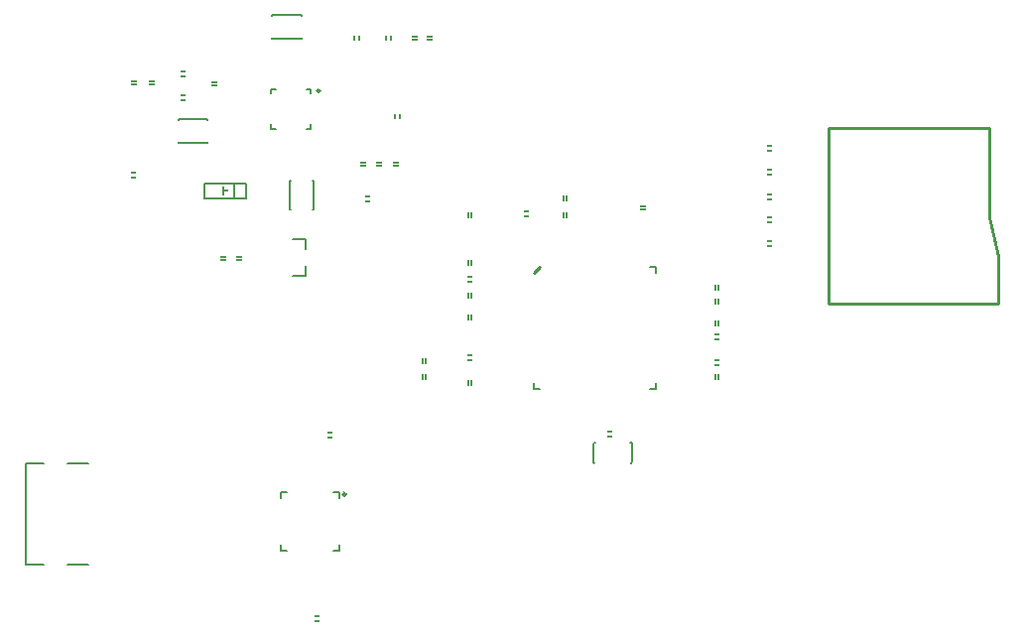
<source format=gbo>
G04*
G04 #@! TF.GenerationSoftware,Altium Limited,Altium Designer,20.2.6 (244)*
G04*
G04 Layer_Color=32896*
%FSLAX24Y24*%
%MOIN*%
G70*
G04*
G04 #@! TF.SameCoordinates,497DB355-11F3-479B-B1E2-BDA1D3AC948B*
G04*
G04*
G04 #@! TF.FilePolarity,Positive*
G04*
G01*
G75*
%ADD11C,0.0100*%
%ADD12C,0.0098*%
%ADD13C,0.0010*%
%ADD14C,0.0079*%
%ADD44C,0.0050*%
%ADD46C,0.0060*%
%ADD99C,0.0080*%
G36*
X29090Y39930D02*
X28910D01*
Y39965D01*
X29090D01*
Y39930D01*
D02*
G37*
G36*
X28590D02*
X28410D01*
Y39965D01*
X28590D01*
Y39930D01*
D02*
G37*
G36*
X29090Y39835D02*
X28910D01*
Y39870D01*
X29090D01*
Y39835D01*
D02*
G37*
G36*
X28590D02*
X28410D01*
Y39870D01*
X28590D01*
Y39835D01*
D02*
G37*
G36*
X27695D02*
X27660Y39835D01*
Y39965D01*
X27695Y39965D01*
Y39835D01*
D02*
G37*
G36*
X27540D02*
X27505D01*
Y39965D01*
X27540D01*
Y39835D01*
D02*
G37*
G36*
X26645D02*
X26610Y39835D01*
Y39965D01*
X26645Y39965D01*
Y39835D01*
D02*
G37*
G36*
X26490D02*
X26455D01*
Y39965D01*
X26490D01*
Y39835D01*
D02*
G37*
G36*
X20765Y38760D02*
X20635D01*
Y38795D01*
X20765D01*
Y38760D01*
D02*
G37*
G36*
Y38605D02*
X20635D01*
X20635Y38640D01*
X20765D01*
X20765Y38605D01*
D02*
G37*
G36*
X19740Y38430D02*
X19560D01*
Y38465D01*
X19740D01*
Y38430D01*
D02*
G37*
G36*
X19140D02*
X18960D01*
Y38465D01*
X19140D01*
Y38430D01*
D02*
G37*
G36*
X21840Y38380D02*
X21660D01*
Y38415D01*
X21840D01*
Y38380D01*
D02*
G37*
G36*
X19740Y38335D02*
X19560D01*
Y38370D01*
X19740D01*
Y38335D01*
D02*
G37*
G36*
X19140D02*
X18960D01*
Y38370D01*
X19140D01*
Y38335D01*
D02*
G37*
G36*
X21840Y38285D02*
X21660D01*
Y38320D01*
X21840D01*
Y38285D01*
D02*
G37*
G36*
X20765Y37960D02*
X20635D01*
X20635Y37995D01*
X20765D01*
X20765Y37960D01*
D02*
G37*
G36*
X20765Y37805D02*
X20635D01*
Y37840D01*
X20765D01*
Y37805D01*
D02*
G37*
G36*
X27995Y37185D02*
X27960D01*
Y37315D01*
X27995D01*
Y37185D01*
D02*
G37*
G36*
X27840Y37315D02*
Y37185D01*
X27805Y37185D01*
Y37315D01*
X27840Y37315D01*
D02*
G37*
G36*
X40465Y36260D02*
X40335D01*
X40335Y36295D01*
X40465D01*
X40465Y36260D01*
D02*
G37*
G36*
X40465Y36105D02*
X40335D01*
Y36140D01*
X40465D01*
Y36105D01*
D02*
G37*
G36*
X27940Y35680D02*
X27760D01*
Y35715D01*
X27940D01*
Y35680D01*
D02*
G37*
G36*
X27390D02*
X27210D01*
Y35715D01*
X27390D01*
Y35680D01*
D02*
G37*
G36*
X26840D02*
X26660D01*
Y35715D01*
X26840D01*
Y35680D01*
D02*
G37*
G36*
X27940Y35585D02*
X27760D01*
Y35620D01*
X27940D01*
Y35585D01*
D02*
G37*
G36*
X27390D02*
X27210D01*
Y35620D01*
X27390D01*
Y35585D01*
D02*
G37*
G36*
X26840D02*
X26660D01*
Y35620D01*
X26840D01*
Y35585D01*
D02*
G37*
G36*
X40465Y35460D02*
X40335D01*
X40335Y35495D01*
X40465D01*
X40465Y35460D01*
D02*
G37*
G36*
X19115Y35360D02*
X18985D01*
Y35395D01*
X19115D01*
Y35360D01*
D02*
G37*
G36*
X40465Y35305D02*
X40335D01*
Y35340D01*
X40465D01*
Y35305D01*
D02*
G37*
G36*
X19115Y35205D02*
X18985D01*
X18985Y35240D01*
X19115D01*
X19115Y35205D01*
D02*
G37*
G36*
X40465Y34610D02*
X40335D01*
X40335Y34645D01*
X40465D01*
X40465Y34610D01*
D02*
G37*
G36*
X22110Y34785D02*
X22250D01*
Y34715D01*
X22110D01*
Y34595D01*
X22050D01*
Y34905D01*
X22110D01*
Y34785D01*
D02*
G37*
G36*
X26965Y34560D02*
X26835D01*
Y34595D01*
X26965D01*
Y34560D01*
D02*
G37*
G36*
X40465Y34455D02*
X40335D01*
Y34490D01*
X40465D01*
Y34455D01*
D02*
G37*
G36*
X33615Y34410D02*
X33580D01*
Y34590D01*
X33615D01*
Y34410D01*
D02*
G37*
G36*
X33520D02*
X33485D01*
Y34590D01*
X33520D01*
Y34410D01*
D02*
G37*
G36*
X26965Y34405D02*
X26835D01*
X26835Y34440D01*
X26965D01*
X26965Y34405D01*
D02*
G37*
G36*
X36240Y34230D02*
X36060D01*
Y34265D01*
X36240D01*
Y34230D01*
D02*
G37*
G36*
Y34135D02*
X36060D01*
Y34170D01*
X36240D01*
Y34135D01*
D02*
G37*
G36*
X32305Y34060D02*
X32175D01*
X32175Y34095D01*
X32305D01*
X32305Y34060D01*
D02*
G37*
G36*
X32305Y33905D02*
X32175D01*
Y33940D01*
X32305D01*
Y33905D01*
D02*
G37*
G36*
X40465Y33860D02*
X40335D01*
X40335Y33895D01*
X40465D01*
X40465Y33860D01*
D02*
G37*
G36*
X33615D02*
X33580D01*
Y34040D01*
X33615D01*
Y33860D01*
D02*
G37*
G36*
X33520D02*
X33485D01*
Y34040D01*
X33520D01*
Y33860D01*
D02*
G37*
G36*
X30415D02*
X30380D01*
Y34040D01*
X30415D01*
Y33860D01*
D02*
G37*
G36*
X30320D02*
X30285D01*
Y34040D01*
X30320D01*
Y33860D01*
D02*
G37*
G36*
X40465Y33705D02*
X40335D01*
Y33740D01*
X40465D01*
Y33705D01*
D02*
G37*
G36*
X40465Y33060D02*
X40335D01*
X40335Y33095D01*
X40465D01*
X40465Y33060D01*
D02*
G37*
G36*
X40465Y32905D02*
X40335D01*
Y32940D01*
X40465D01*
Y32905D01*
D02*
G37*
G36*
X22690Y32530D02*
X22510D01*
Y32565D01*
X22690D01*
Y32530D01*
D02*
G37*
G36*
X22140D02*
X21960D01*
Y32565D01*
X22140D01*
Y32530D01*
D02*
G37*
G36*
X22690Y32435D02*
X22510D01*
Y32470D01*
X22690D01*
Y32435D01*
D02*
G37*
G36*
X22140D02*
X21960D01*
Y32470D01*
X22140D01*
Y32435D01*
D02*
G37*
G36*
X30415Y32260D02*
X30380D01*
Y32440D01*
X30415D01*
Y32260D01*
D02*
G37*
G36*
X30320D02*
X30285D01*
Y32440D01*
X30320D01*
Y32260D01*
D02*
G37*
G36*
X30415Y31860D02*
X30285D01*
Y31895D01*
X30415D01*
Y31860D01*
D02*
G37*
G36*
Y31705D02*
X30285D01*
X30285Y31740D01*
X30415D01*
X30415Y31705D01*
D02*
G37*
G36*
X38715Y31410D02*
X38680D01*
Y31590D01*
X38715D01*
Y31410D01*
D02*
G37*
G36*
X38620D02*
X38585D01*
Y31590D01*
X38620D01*
Y31410D01*
D02*
G37*
G36*
X30415Y31160D02*
X30380D01*
Y31340D01*
X30415D01*
Y31160D01*
D02*
G37*
G36*
X30320D02*
X30285D01*
Y31340D01*
X30320D01*
Y31160D01*
D02*
G37*
G36*
X38715Y30960D02*
X38680D01*
Y31140D01*
X38715D01*
Y30960D01*
D02*
G37*
G36*
X38620D02*
X38585D01*
Y31140D01*
X38620D01*
Y30960D01*
D02*
G37*
G36*
X30415Y30410D02*
X30380D01*
Y30590D01*
X30415D01*
Y30410D01*
D02*
G37*
G36*
X30320D02*
X30285D01*
Y30590D01*
X30320D01*
Y30410D01*
D02*
G37*
G36*
X38715Y30210D02*
X38680D01*
Y30390D01*
X38715D01*
Y30210D01*
D02*
G37*
G36*
X38620D02*
X38585D01*
Y30390D01*
X38620D01*
Y30210D01*
D02*
G37*
G36*
X38715Y29910D02*
X38585D01*
Y29945D01*
X38715D01*
Y29910D01*
D02*
G37*
G36*
Y29755D02*
X38585D01*
X38585Y29790D01*
X38715D01*
X38715Y29755D01*
D02*
G37*
G36*
X30415Y29210D02*
X30285D01*
Y29245D01*
X30415D01*
Y29210D01*
D02*
G37*
G36*
X38715Y29060D02*
X38585D01*
X38585Y29095D01*
X38715D01*
X38715Y29060D01*
D02*
G37*
G36*
X30415Y29055D02*
X30285D01*
X30285Y29090D01*
X30415D01*
X30415Y29055D01*
D02*
G37*
G36*
X28865Y28960D02*
X28830D01*
Y29140D01*
X28865D01*
Y28960D01*
D02*
G37*
G36*
X28770D02*
X28735D01*
Y29140D01*
X28770D01*
Y28960D01*
D02*
G37*
G36*
X38715Y28905D02*
X38585D01*
Y28940D01*
X38715D01*
Y28905D01*
D02*
G37*
G36*
Y28410D02*
X38680D01*
Y28590D01*
X38715D01*
Y28410D01*
D02*
G37*
G36*
X38620D02*
X38585D01*
Y28590D01*
X38620D01*
Y28410D01*
D02*
G37*
G36*
X28865D02*
X28830D01*
Y28590D01*
X28865D01*
Y28410D01*
D02*
G37*
G36*
X28770D02*
X28735D01*
Y28590D01*
X28770D01*
Y28410D01*
D02*
G37*
G36*
X30415Y28210D02*
X30380D01*
Y28390D01*
X30415D01*
Y28210D01*
D02*
G37*
G36*
X30320D02*
X30285D01*
Y28390D01*
X30320D01*
Y28210D01*
D02*
G37*
G36*
X35115Y26660D02*
X34985D01*
Y26695D01*
X35115D01*
Y26660D01*
D02*
G37*
G36*
X25715Y26610D02*
X25585D01*
Y26645D01*
X25715D01*
Y26610D01*
D02*
G37*
G36*
X35115Y26505D02*
X34985D01*
X34985Y26540D01*
X35115D01*
X35115Y26505D01*
D02*
G37*
G36*
X25715Y26455D02*
X25585D01*
X25585Y26490D01*
X25715D01*
X25715Y26455D01*
D02*
G37*
G36*
X25265Y20460D02*
X25135D01*
Y20495D01*
X25265D01*
Y20460D01*
D02*
G37*
G36*
Y20305D02*
X25135D01*
X25135Y20340D01*
X25265D01*
X25265Y20305D01*
D02*
G37*
D11*
X32500Y32000D02*
X32700Y32200D01*
X47800Y33850D02*
X48100Y32550D01*
Y30950D02*
Y32550D01*
X47800Y33850D02*
Y36850D01*
X42400D02*
X47800D01*
X42400Y30950D02*
X48100D01*
X42400D02*
Y36850D01*
D12*
X26199Y24550D02*
G03*
X26199Y24550I-49J0D01*
G01*
X25324Y38110D02*
G03*
X25324Y38110I-49J0D01*
G01*
D13*
X34985Y26695D02*
X35115D01*
X34985Y26660D02*
Y26695D01*
Y26660D02*
X35115D01*
Y26695D01*
X34985Y26505D02*
X34985Y26540D01*
X35115D01*
X35115Y26505D01*
X34985D02*
X35115D01*
X25585Y26645D02*
X25715D01*
X25585Y26610D02*
Y26645D01*
Y26610D02*
X25715D01*
Y26645D01*
X25585Y26455D02*
X25585Y26490D01*
X25715D01*
X25715Y26455D01*
X25585D02*
X25715D01*
X27505Y39835D02*
Y39965D01*
Y39835D02*
X27540D01*
Y39965D01*
X27505D02*
X27540D01*
X27660Y39835D02*
X27695Y39835D01*
X27660Y39835D02*
Y39965D01*
X27695Y39965D01*
Y39835D02*
Y39965D01*
X26455Y39835D02*
Y39965D01*
Y39835D02*
X26490D01*
Y39965D01*
X26455D02*
X26490D01*
X26610Y39835D02*
X26645Y39835D01*
X26610Y39835D02*
Y39965D01*
X26645Y39965D01*
Y39835D02*
Y39965D01*
X32175Y34095D02*
X32305D01*
X32175D02*
X32175Y34060D01*
X32305D01*
X32305Y34095D01*
X32175Y33905D02*
Y33940D01*
X32305D01*
Y33905D02*
Y33940D01*
X32175Y33905D02*
X32305D01*
X30380Y34040D02*
X30415D01*
X30380Y33860D02*
X30415D01*
X30380D02*
Y34040D01*
X30415Y33860D02*
Y34040D01*
X30285Y33860D02*
Y34040D01*
X30320Y33860D02*
Y34040D01*
X30285D02*
X30320D01*
X30285Y33860D02*
X30320D01*
X40335Y36295D02*
X40465D01*
X40335D02*
X40335Y36260D01*
X40465D01*
X40465Y36295D01*
X40335Y36105D02*
Y36140D01*
X40465D01*
Y36105D02*
Y36140D01*
X40335Y36105D02*
X40465D01*
X40335Y35495D02*
X40465D01*
X40335D02*
X40335Y35460D01*
X40465D01*
X40465Y35495D01*
X40335Y35305D02*
Y35340D01*
X40465D01*
Y35305D02*
Y35340D01*
X40335Y35305D02*
X40465D01*
X40335Y34645D02*
X40465D01*
X40335D02*
X40335Y34610D01*
X40465D01*
X40465Y34645D01*
X40335Y34455D02*
Y34490D01*
X40465D01*
Y34455D02*
Y34490D01*
X40335Y34455D02*
X40465D01*
X40335Y33895D02*
X40465D01*
X40335D02*
X40335Y33860D01*
X40465D01*
X40465Y33895D01*
X40335Y33705D02*
Y33740D01*
X40465D01*
Y33705D02*
Y33740D01*
X40335Y33705D02*
X40465D01*
X38680Y28590D02*
X38715D01*
X38680Y28410D02*
X38715D01*
X38680D02*
Y28590D01*
X38715Y28410D02*
Y28590D01*
X38585Y28410D02*
Y28590D01*
X38620Y28410D02*
Y28590D01*
X38585D02*
X38620D01*
X38585Y28410D02*
X38620D01*
X30285Y31705D02*
X30415D01*
X30415Y31740D02*
X30415Y31705D01*
X30285Y31740D02*
X30415D01*
X30285Y31705D02*
X30285Y31740D01*
X30415Y31860D02*
Y31895D01*
X30285Y31860D02*
X30415D01*
X30285D02*
Y31895D01*
X30415D01*
X30285Y29055D02*
X30415D01*
X30415Y29090D02*
X30415Y29055D01*
X30285Y29090D02*
X30415D01*
X30285Y29055D02*
X30285Y29090D01*
X30415Y29210D02*
Y29245D01*
X30285Y29210D02*
X30415D01*
X30285D02*
Y29245D01*
X30415D01*
X30285Y31160D02*
X30320D01*
X30285Y31340D02*
X30320D01*
Y31160D02*
Y31340D01*
X30285Y31160D02*
Y31340D01*
X30415Y31160D02*
Y31340D01*
X30380Y31160D02*
Y31340D01*
Y31160D02*
X30415D01*
X30380Y31340D02*
X30415D01*
X30285Y28210D02*
X30320D01*
X30285Y28390D02*
X30320D01*
Y28210D02*
Y28390D01*
X30285Y28210D02*
Y28390D01*
X30415Y28210D02*
Y28390D01*
X30380Y28210D02*
Y28390D01*
Y28210D02*
X30415D01*
X30380Y28390D02*
X30415D01*
X30285Y32260D02*
X30320D01*
X30285Y32440D02*
X30320D01*
Y32260D02*
Y32440D01*
X30285Y32260D02*
Y32440D01*
X30415Y32260D02*
Y32440D01*
X30380Y32260D02*
Y32440D01*
Y32260D02*
X30415D01*
X30380Y32440D02*
X30415D01*
X28830Y29140D02*
X28865D01*
X28830Y28960D02*
X28865D01*
X28830D02*
Y29140D01*
X28865Y28960D02*
Y29140D01*
X28735Y28960D02*
Y29140D01*
X28770Y28960D02*
Y29140D01*
X28735D02*
X28770D01*
X28735Y28960D02*
X28770D01*
X28830Y28590D02*
X28865D01*
X28830Y28410D02*
X28865D01*
X28830D02*
Y28590D01*
X28865Y28410D02*
Y28590D01*
X28735Y28410D02*
Y28590D01*
X28770Y28410D02*
Y28590D01*
X28735D02*
X28770D01*
X28735Y28410D02*
X28770D01*
X38585Y30960D02*
X38620D01*
X38585Y31140D02*
X38620D01*
Y30960D02*
Y31140D01*
X38585Y30960D02*
Y31140D01*
X38715Y30960D02*
Y31140D01*
X38680Y30960D02*
Y31140D01*
Y30960D02*
X38715D01*
X38680Y31140D02*
X38715D01*
X38680Y31590D02*
X38715D01*
X38680Y31410D02*
X38715D01*
X38680D02*
Y31590D01*
X38715Y31410D02*
Y31590D01*
X38585Y31410D02*
Y31590D01*
X38620Y31410D02*
Y31590D01*
X38585D02*
X38620D01*
X38585Y31410D02*
X38620D01*
X38585Y29755D02*
X38715D01*
X38715Y29790D02*
X38715Y29755D01*
X38585Y29790D02*
X38715D01*
X38585Y29755D02*
X38585Y29790D01*
X38715Y29910D02*
Y29945D01*
X38585Y29910D02*
X38715D01*
X38585D02*
Y29945D01*
X38715D01*
X38585Y29095D02*
X38715D01*
X38585D02*
X38585Y29060D01*
X38715D01*
X38715Y29095D01*
X38585Y28905D02*
Y28940D01*
X38715D01*
Y28905D02*
Y28940D01*
X38585Y28905D02*
X38715D01*
X33580Y34590D02*
X33615D01*
X33580Y34410D02*
X33615D01*
X33580D02*
Y34590D01*
X33615Y34410D02*
Y34590D01*
X33485Y34410D02*
Y34590D01*
X33520Y34410D02*
Y34590D01*
X33485D02*
X33520D01*
X33485Y34410D02*
X33520D01*
X30285Y30410D02*
X30320D01*
X30285Y30590D02*
X30320D01*
Y30410D02*
Y30590D01*
X30285Y30410D02*
Y30590D01*
X30415Y30410D02*
Y30590D01*
X30380Y30410D02*
Y30590D01*
Y30410D02*
X30415D01*
X30380Y30590D02*
X30415D01*
X33580Y34040D02*
X33615D01*
X33580Y33860D02*
X33615D01*
X33580D02*
Y34040D01*
X33615Y33860D02*
Y34040D01*
X33485Y33860D02*
Y34040D01*
X33520Y33860D02*
Y34040D01*
X33485D02*
X33520D01*
X33485Y33860D02*
X33520D01*
X38585Y30210D02*
X38620D01*
X38585Y30390D02*
X38620D01*
Y30210D02*
Y30390D01*
X38585Y30210D02*
Y30390D01*
X38715Y30210D02*
Y30390D01*
X38680Y30210D02*
Y30390D01*
Y30210D02*
X38715D01*
X38680Y30390D02*
X38715D01*
X36060Y34230D02*
Y34265D01*
X36240Y34230D02*
Y34265D01*
X36060Y34230D02*
X36240D01*
X36060Y34265D02*
X36240D01*
X36060Y34135D02*
X36240D01*
X36060Y34170D02*
X36240D01*
X36060Y34135D02*
Y34170D01*
X36240Y34135D02*
Y34170D01*
X25135Y20305D02*
X25265D01*
X25265Y20340D02*
X25265Y20305D01*
X25135Y20340D02*
X25265D01*
X25135Y20305D02*
X25135Y20340D01*
X25265Y20460D02*
Y20495D01*
X25135Y20460D02*
X25265D01*
X25135D02*
Y20495D01*
X25265D01*
X40335Y33095D02*
X40465D01*
X40335D02*
X40335Y33060D01*
X40465D01*
X40465Y33095D01*
X40335Y32905D02*
Y32940D01*
X40465D01*
Y32905D02*
Y32940D01*
X40335Y32905D02*
X40465D01*
X22690Y32435D02*
Y32470D01*
X22510Y32435D02*
Y32470D01*
X22690D01*
X22510Y32435D02*
X22690D01*
X22510Y32565D02*
X22690D01*
X22510Y32530D02*
X22690D01*
Y32565D01*
X22510Y32530D02*
Y32565D01*
X27940Y35585D02*
Y35620D01*
X27760Y35585D02*
Y35620D01*
X27940D01*
X27760Y35585D02*
X27940D01*
X27760Y35715D02*
X27940D01*
X27760Y35680D02*
X27940D01*
Y35715D01*
X27760Y35680D02*
Y35715D01*
X22140Y32435D02*
Y32470D01*
X21960Y32435D02*
Y32470D01*
X22140D01*
X21960Y32435D02*
X22140D01*
X21960Y32565D02*
X22140D01*
X21960Y32530D02*
X22140D01*
Y32565D01*
X21960Y32530D02*
Y32565D01*
X18985Y35205D02*
X19115D01*
X19115Y35240D02*
X19115Y35205D01*
X18985Y35240D02*
X19115D01*
X18985Y35205D02*
X18985Y35240D01*
X19115Y35360D02*
Y35395D01*
X18985Y35360D02*
X19115D01*
X18985D02*
Y35395D01*
X19115D01*
X28590Y39835D02*
Y39870D01*
X28410Y39835D02*
Y39870D01*
X28590D01*
X28410Y39835D02*
X28590D01*
X28410Y39965D02*
X28590D01*
X28410Y39930D02*
X28590D01*
Y39965D01*
X28410Y39930D02*
Y39965D01*
X29090Y39835D02*
Y39870D01*
X28910Y39835D02*
Y39870D01*
X29090D01*
X28910Y39835D02*
X29090D01*
X28910Y39965D02*
X29090D01*
X28910Y39930D02*
X29090D01*
Y39965D01*
X28910Y39930D02*
Y39965D01*
X27390Y35585D02*
Y35620D01*
X27210Y35585D02*
Y35620D01*
X27390D01*
X27210Y35585D02*
X27390D01*
X27210Y35715D02*
X27390D01*
X27210Y35680D02*
X27390D01*
Y35715D01*
X27210Y35680D02*
Y35715D01*
X26840Y35585D02*
Y35620D01*
X26660Y35585D02*
Y35620D01*
X26840D01*
X26660Y35585D02*
X26840D01*
X26660Y35715D02*
X26840D01*
X26660Y35680D02*
X26840D01*
Y35715D01*
X26660Y35680D02*
Y35715D01*
X26835Y34405D02*
X26965D01*
X26965Y34440D02*
X26965Y34405D01*
X26835Y34440D02*
X26965D01*
X26835Y34405D02*
X26835Y34440D01*
X26965Y34560D02*
Y34595D01*
X26835Y34560D02*
X26965D01*
X26835D02*
Y34595D01*
X26965D01*
X27805Y37185D02*
Y37315D01*
Y37185D02*
X27840Y37185D01*
Y37315D01*
X27805Y37315D02*
X27840Y37315D01*
X27960Y37185D02*
X27995D01*
X27960D02*
Y37315D01*
X27995D01*
Y37185D02*
Y37315D01*
X21840Y38285D02*
Y38320D01*
X21660Y38285D02*
Y38320D01*
X21840D01*
X21660Y38285D02*
X21840D01*
X21660Y38415D02*
X21840D01*
X21660Y38380D02*
X21840D01*
Y38415D01*
X21660Y38380D02*
Y38415D01*
X19560Y38430D02*
Y38465D01*
X19740Y38430D02*
Y38465D01*
X19560Y38430D02*
X19740D01*
X19560Y38465D02*
X19740D01*
X19560Y38335D02*
X19740D01*
X19560Y38370D02*
X19740D01*
X19560Y38335D02*
Y38370D01*
X19740Y38335D02*
Y38370D01*
X18960Y38430D02*
Y38465D01*
X19140Y38430D02*
Y38465D01*
X18960Y38430D02*
X19140D01*
X18960Y38465D02*
X19140D01*
X18960Y38335D02*
X19140D01*
X18960Y38370D02*
X19140D01*
X18960Y38335D02*
Y38370D01*
X19140Y38335D02*
Y38370D01*
X20635Y37995D02*
X20765D01*
X20635D02*
X20635Y37960D01*
X20765D01*
X20765Y37995D01*
X20635Y37805D02*
Y37840D01*
X20765D01*
Y37805D02*
Y37840D01*
X20635Y37805D02*
X20765D01*
X20635Y38605D02*
X20765D01*
X20765Y38640D02*
X20765Y38605D01*
X20635Y38640D02*
X20765D01*
X20635Y38605D02*
X20635Y38640D01*
X20765Y38760D02*
Y38795D01*
X20635Y38760D02*
X20765D01*
X20635D02*
Y38795D01*
X20765D01*
D14*
X34563Y26300D02*
X34583D01*
X35824Y25650D02*
Y26250D01*
X34524Y25621D02*
Y26261D01*
X35754Y26300D02*
X35774D01*
Y25600D02*
X35824Y25650D01*
X35774Y26300D02*
X35824Y26250D01*
X34524Y26261D02*
X34563Y26300D01*
X34524Y25621D02*
X34554Y25591D01*
X32503Y28103D02*
Y28300D01*
Y28103D02*
X32700Y28103D01*
X36597Y28103D02*
Y28300D01*
X36400Y28103D02*
X36597D01*
X36400Y32197D02*
X36597D01*
X36597Y32000D01*
X24854Y32776D02*
Y33110D01*
X24421D02*
X24854D01*
Y31890D02*
Y32224D01*
X24421Y31890D02*
X24854D01*
X25019Y38012D02*
Y38169D01*
X24862D02*
X25019D01*
X23681D02*
X23838D01*
X23681Y38012D02*
Y38169D01*
Y36831D02*
Y36988D01*
Y36831D02*
X23838D01*
X25019D02*
Y36988D01*
X24862Y36831D02*
X25019D01*
D44*
X21450Y34500D02*
X22850D01*
Y35000D01*
X21450D02*
X22850D01*
X21450Y34500D02*
Y35000D01*
X22450Y34500D02*
Y35000D01*
X23708Y39856D02*
Y39876D01*
X24692Y39856D02*
Y39876D01*
X23708Y40624D02*
Y40644D01*
X24692Y40624D02*
Y40644D01*
X23708Y39856D02*
X24692D01*
X23708Y40644D02*
X24692D01*
X25074Y34108D02*
X25094D01*
X25074Y35092D02*
X25094D01*
X24306Y34108D02*
X24326D01*
X24306Y35092D02*
X24326D01*
X25094Y34108D02*
Y35092D01*
X24306Y34108D02*
Y35092D01*
X20561Y36356D02*
Y36376D01*
X21545Y36356D02*
Y36376D01*
X20561Y37124D02*
Y37144D01*
X21545Y37124D02*
Y37144D01*
X20561Y36356D02*
X21545D01*
X20561Y37144D02*
X21545D01*
D46*
X24015Y24432D02*
Y24635D01*
Y22665D02*
X24218D01*
X25782Y24635D02*
X25985D01*
X25782Y22665D02*
X25985D01*
X24015D02*
Y22868D01*
Y24635D02*
X24218D01*
X25985Y24432D02*
Y24635D01*
Y22665D02*
Y22868D01*
D99*
X16836Y25600D02*
X17536D01*
X15434Y25603D02*
X16036D01*
X16836Y22200D02*
X17536D01*
X15434Y22197D02*
X16036D01*
X15434D02*
Y25603D01*
M02*

</source>
